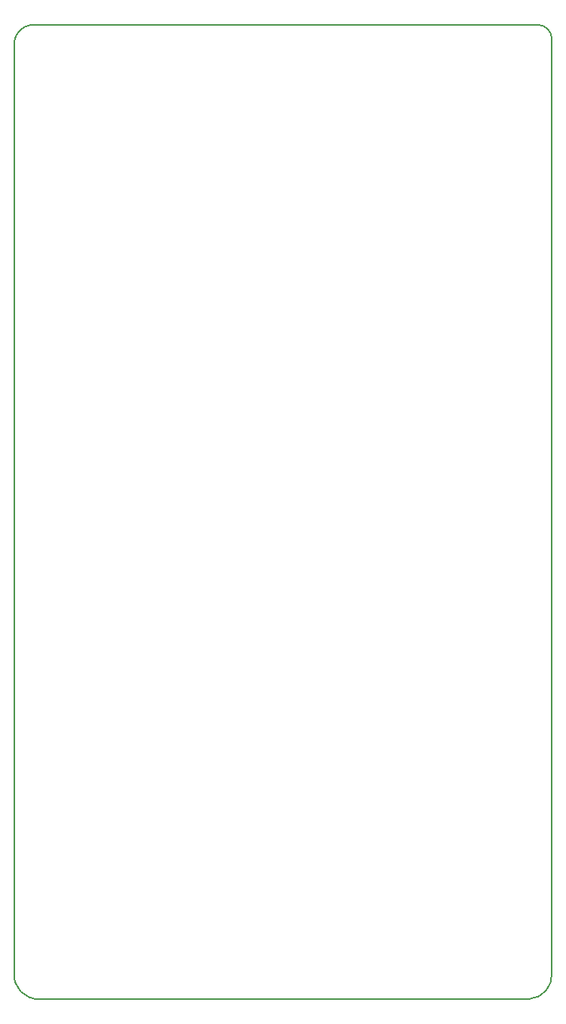
<source format=gko>
G04 DipTrace 4.0.0.0*
G04 ringsoon.GKO*
%MOIN*%
G04 #@! TF.FileFunction,Profile*
G04 #@! TF.Part,Single*
%ADD11C,0.005512*%
%FSLAX26Y26*%
G04*
G70*
G90*
G75*
G01*
G04 BoardOutline*
%LPD*%
X2669184Y394184D2*
D11*
G03X2769184Y506684I-6250J106250D01*
G01*
Y4631684D1*
G03X2706684Y4694184I-62500J0D01*
G01*
X469184D1*
G03X394184Y4619184I12500J-87500D01*
G01*
Y506684D1*
G03X506684Y394184I106250J-6250D01*
G01*
X2669184D1*
M02*

</source>
